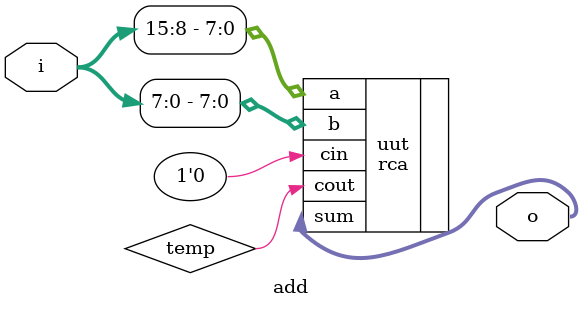
<source format=v>
`timescale 1ns/1ps

/* add module */

module add(input [15:0] i,
	output [7:0] o);
		
	wire temp;
	rca uut (.a(i[15:8]), .b(i[7:0]), .cin(1'b0), .cout(temp), .sum(o));
	
	/* calls ripple carry adder module */
	
endmodule

</source>
